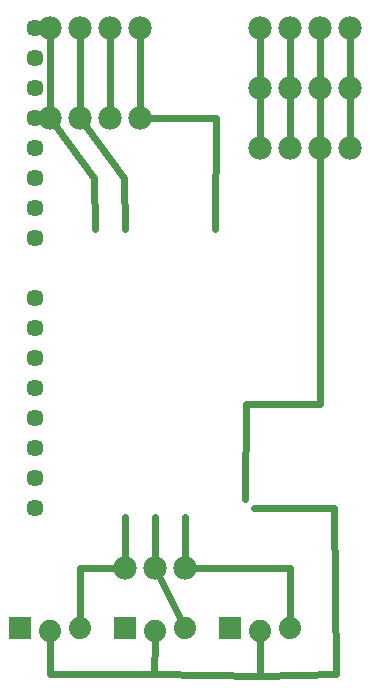
<source format=gtl>
G04 MADE WITH FRITZING*
G04 WWW.FRITZING.ORG*
G04 DOUBLE SIDED*
G04 HOLES PLATED*
G04 CONTOUR ON CENTER OF CONTOUR VECTOR*
%ASAXBY*%
%FSLAX23Y23*%
%MOIN*%
%OFA0B0*%
%SFA1.0B1.0*%
%ADD10C,0.056944*%
%ADD11C,0.078000*%
%ADD12C,0.074000*%
%ADD13C,0.024000*%
%ADD14R,0.001000X0.001000*%
%LNCOPPER1*%
G90*
G70*
G54D10*
X136Y631D03*
X136Y731D03*
X136Y831D03*
X136Y931D03*
X136Y1031D03*
X136Y1131D03*
X136Y1231D03*
X136Y1331D03*
X136Y2231D03*
X136Y2131D03*
X136Y2031D03*
X136Y1931D03*
X136Y1831D03*
X136Y1731D03*
X136Y1631D03*
X136Y1531D03*
G54D11*
X886Y2231D03*
X986Y2231D03*
X1086Y2231D03*
X1186Y2231D03*
X886Y2031D03*
X986Y2031D03*
X1086Y2031D03*
X1186Y2031D03*
X886Y1831D03*
X986Y1831D03*
X1086Y1831D03*
X1186Y1831D03*
X186Y1931D03*
X286Y1931D03*
X386Y1931D03*
X486Y1931D03*
X186Y2231D03*
X286Y2231D03*
X386Y2231D03*
X486Y2231D03*
X636Y431D03*
X536Y431D03*
X436Y431D03*
G54D12*
X786Y231D03*
X886Y221D03*
X986Y231D03*
X786Y231D03*
X886Y221D03*
X986Y231D03*
X86Y231D03*
X186Y221D03*
X286Y231D03*
X86Y231D03*
X186Y221D03*
X286Y231D03*
X436Y231D03*
X536Y221D03*
X636Y231D03*
X436Y231D03*
X536Y221D03*
X636Y231D03*
G54D13*
X286Y431D02*
X286Y262D01*
D02*
X406Y431D02*
X286Y431D01*
D02*
X986Y262D02*
X986Y431D01*
D02*
X986Y431D02*
X666Y431D01*
D02*
X622Y259D02*
X550Y404D01*
D02*
X436Y461D02*
X436Y602D01*
D02*
X536Y602D02*
X536Y461D01*
D02*
X636Y602D02*
X636Y461D01*
D02*
X186Y1961D02*
X186Y2201D01*
D02*
X286Y1961D02*
X286Y2201D01*
D02*
X386Y1961D02*
X386Y2201D01*
D02*
X336Y1560D02*
X334Y1731D01*
D02*
X334Y1731D02*
X204Y1907D01*
D02*
X436Y1560D02*
X434Y1731D01*
D02*
X434Y1731D02*
X304Y1907D01*
D02*
X886Y1861D02*
X886Y2001D01*
D02*
X886Y2079D02*
X886Y2061D01*
D02*
X886Y2201D02*
X886Y2079D01*
D02*
X986Y2061D02*
X986Y2201D01*
D02*
X986Y2001D02*
X986Y1861D01*
D02*
X1086Y2061D02*
X1086Y2201D01*
D02*
X1086Y2001D02*
X1086Y1861D01*
D02*
X1186Y2201D02*
X1186Y2061D01*
D02*
X1186Y2001D02*
X1186Y1861D01*
D02*
X486Y2201D02*
X486Y1961D01*
D02*
X738Y1931D02*
X516Y1931D01*
D02*
X736Y1560D02*
X738Y1931D01*
D02*
X1086Y979D02*
X1086Y1801D01*
D02*
X838Y979D02*
X1086Y979D01*
D02*
X836Y660D02*
X838Y979D01*
D02*
X886Y72D02*
X1138Y79D01*
D02*
X1138Y79D02*
X1134Y631D01*
D02*
X1134Y631D02*
X865Y631D01*
D02*
X886Y190D02*
X886Y72D01*
D02*
X534Y79D02*
X536Y190D01*
D02*
X886Y72D02*
X534Y79D01*
D02*
X534Y79D02*
X186Y79D01*
D02*
X186Y79D02*
X186Y190D01*
G54D14*
X49Y268D02*
X122Y268D01*
X399Y268D02*
X472Y268D01*
X749Y268D02*
X822Y268D01*
X49Y267D02*
X122Y267D01*
X399Y267D02*
X472Y267D01*
X749Y267D02*
X822Y267D01*
X49Y266D02*
X122Y266D01*
X399Y266D02*
X472Y266D01*
X749Y266D02*
X822Y266D01*
X49Y265D02*
X122Y265D01*
X399Y265D02*
X472Y265D01*
X749Y265D02*
X822Y265D01*
X49Y264D02*
X122Y264D01*
X399Y264D02*
X472Y264D01*
X749Y264D02*
X822Y264D01*
X49Y263D02*
X122Y263D01*
X399Y263D02*
X472Y263D01*
X749Y263D02*
X822Y263D01*
X49Y262D02*
X122Y262D01*
X399Y262D02*
X472Y262D01*
X749Y262D02*
X822Y262D01*
X49Y261D02*
X122Y261D01*
X399Y261D02*
X472Y261D01*
X749Y261D02*
X822Y261D01*
X49Y260D02*
X122Y260D01*
X399Y260D02*
X472Y260D01*
X749Y260D02*
X822Y260D01*
X49Y259D02*
X122Y259D01*
X399Y259D02*
X472Y259D01*
X749Y259D02*
X822Y259D01*
X49Y258D02*
X122Y258D01*
X399Y258D02*
X472Y258D01*
X749Y258D02*
X822Y258D01*
X49Y257D02*
X122Y257D01*
X399Y257D02*
X472Y257D01*
X749Y257D02*
X822Y257D01*
X49Y256D02*
X122Y256D01*
X399Y256D02*
X472Y256D01*
X749Y256D02*
X822Y256D01*
X49Y255D02*
X122Y255D01*
X399Y255D02*
X472Y255D01*
X749Y255D02*
X822Y255D01*
X49Y254D02*
X122Y254D01*
X399Y254D02*
X472Y254D01*
X749Y254D02*
X822Y254D01*
X49Y253D02*
X122Y253D01*
X399Y253D02*
X472Y253D01*
X749Y253D02*
X822Y253D01*
X49Y252D02*
X122Y252D01*
X399Y252D02*
X472Y252D01*
X749Y252D02*
X822Y252D01*
X49Y251D02*
X80Y251D01*
X91Y251D02*
X122Y251D01*
X399Y251D02*
X430Y251D01*
X441Y251D02*
X472Y251D01*
X749Y251D02*
X780Y251D01*
X791Y251D02*
X822Y251D01*
X49Y250D02*
X77Y250D01*
X94Y250D02*
X122Y250D01*
X399Y250D02*
X427Y250D01*
X444Y250D02*
X472Y250D01*
X749Y250D02*
X777Y250D01*
X794Y250D02*
X822Y250D01*
X49Y249D02*
X75Y249D01*
X96Y249D02*
X122Y249D01*
X399Y249D02*
X425Y249D01*
X446Y249D02*
X472Y249D01*
X749Y249D02*
X775Y249D01*
X796Y249D02*
X822Y249D01*
X49Y248D02*
X74Y248D01*
X98Y248D02*
X122Y248D01*
X399Y248D02*
X424Y248D01*
X448Y248D02*
X472Y248D01*
X749Y248D02*
X773Y248D01*
X798Y248D02*
X822Y248D01*
X49Y247D02*
X72Y247D01*
X99Y247D02*
X122Y247D01*
X399Y247D02*
X422Y247D01*
X449Y247D02*
X472Y247D01*
X749Y247D02*
X772Y247D01*
X799Y247D02*
X822Y247D01*
X49Y246D02*
X71Y246D01*
X100Y246D02*
X122Y246D01*
X399Y246D02*
X421Y246D01*
X450Y246D02*
X472Y246D01*
X749Y246D02*
X771Y246D01*
X800Y246D02*
X822Y246D01*
X49Y245D02*
X70Y245D01*
X101Y245D02*
X122Y245D01*
X399Y245D02*
X420Y245D01*
X451Y245D02*
X472Y245D01*
X749Y245D02*
X770Y245D01*
X801Y245D02*
X822Y245D01*
X49Y244D02*
X69Y244D01*
X102Y244D02*
X122Y244D01*
X399Y244D02*
X419Y244D01*
X452Y244D02*
X472Y244D01*
X749Y244D02*
X769Y244D01*
X802Y244D02*
X822Y244D01*
X49Y243D02*
X69Y243D01*
X103Y243D02*
X122Y243D01*
X399Y243D02*
X419Y243D01*
X453Y243D02*
X472Y243D01*
X749Y243D02*
X769Y243D01*
X803Y243D02*
X822Y243D01*
X49Y242D02*
X68Y242D01*
X103Y242D02*
X122Y242D01*
X399Y242D02*
X418Y242D01*
X453Y242D02*
X472Y242D01*
X749Y242D02*
X768Y242D01*
X803Y242D02*
X822Y242D01*
X49Y241D02*
X68Y241D01*
X104Y241D02*
X122Y241D01*
X399Y241D02*
X417Y241D01*
X454Y241D02*
X472Y241D01*
X749Y241D02*
X767Y241D01*
X804Y241D02*
X822Y241D01*
X49Y240D02*
X67Y240D01*
X104Y240D02*
X122Y240D01*
X399Y240D02*
X417Y240D01*
X454Y240D02*
X472Y240D01*
X749Y240D02*
X767Y240D01*
X804Y240D02*
X822Y240D01*
X49Y239D02*
X67Y239D01*
X105Y239D02*
X122Y239D01*
X399Y239D02*
X417Y239D01*
X455Y239D02*
X472Y239D01*
X749Y239D02*
X766Y239D01*
X805Y239D02*
X822Y239D01*
X49Y238D02*
X66Y238D01*
X105Y238D02*
X122Y238D01*
X399Y238D02*
X416Y238D01*
X455Y238D02*
X472Y238D01*
X749Y238D02*
X766Y238D01*
X805Y238D02*
X822Y238D01*
X49Y237D02*
X66Y237D01*
X105Y237D02*
X122Y237D01*
X399Y237D02*
X416Y237D01*
X455Y237D02*
X472Y237D01*
X749Y237D02*
X766Y237D01*
X805Y237D02*
X822Y237D01*
X49Y236D02*
X66Y236D01*
X106Y236D02*
X122Y236D01*
X399Y236D02*
X416Y236D01*
X456Y236D02*
X472Y236D01*
X749Y236D02*
X766Y236D01*
X806Y236D02*
X822Y236D01*
X49Y235D02*
X65Y235D01*
X106Y235D02*
X122Y235D01*
X399Y235D02*
X415Y235D01*
X456Y235D02*
X472Y235D01*
X749Y235D02*
X765Y235D01*
X806Y235D02*
X822Y235D01*
X49Y234D02*
X65Y234D01*
X106Y234D02*
X122Y234D01*
X399Y234D02*
X415Y234D01*
X456Y234D02*
X472Y234D01*
X749Y234D02*
X765Y234D01*
X806Y234D02*
X822Y234D01*
X49Y233D02*
X65Y233D01*
X106Y233D02*
X122Y233D01*
X399Y233D02*
X415Y233D01*
X456Y233D02*
X472Y233D01*
X749Y233D02*
X765Y233D01*
X806Y233D02*
X822Y233D01*
X49Y232D02*
X65Y232D01*
X106Y232D02*
X122Y232D01*
X399Y232D02*
X415Y232D01*
X456Y232D02*
X472Y232D01*
X749Y232D02*
X765Y232D01*
X806Y232D02*
X822Y232D01*
X49Y231D02*
X65Y231D01*
X106Y231D02*
X122Y231D01*
X399Y231D02*
X415Y231D01*
X456Y231D02*
X472Y231D01*
X749Y231D02*
X765Y231D01*
X806Y231D02*
X822Y231D01*
X49Y230D02*
X65Y230D01*
X106Y230D02*
X122Y230D01*
X399Y230D02*
X415Y230D01*
X456Y230D02*
X472Y230D01*
X749Y230D02*
X765Y230D01*
X806Y230D02*
X822Y230D01*
X49Y229D02*
X65Y229D01*
X106Y229D02*
X122Y229D01*
X399Y229D02*
X415Y229D01*
X456Y229D02*
X472Y229D01*
X749Y229D02*
X765Y229D01*
X806Y229D02*
X822Y229D01*
X49Y228D02*
X66Y228D01*
X106Y228D02*
X122Y228D01*
X399Y228D02*
X416Y228D01*
X456Y228D02*
X472Y228D01*
X749Y228D02*
X765Y228D01*
X806Y228D02*
X822Y228D01*
X49Y227D02*
X66Y227D01*
X106Y227D02*
X122Y227D01*
X399Y227D02*
X416Y227D01*
X455Y227D02*
X472Y227D01*
X749Y227D02*
X766Y227D01*
X805Y227D02*
X822Y227D01*
X49Y226D02*
X66Y226D01*
X105Y226D02*
X122Y226D01*
X399Y226D02*
X416Y226D01*
X455Y226D02*
X472Y226D01*
X749Y226D02*
X766Y226D01*
X805Y226D02*
X822Y226D01*
X49Y225D02*
X66Y225D01*
X105Y225D02*
X122Y225D01*
X399Y225D02*
X416Y225D01*
X455Y225D02*
X472Y225D01*
X749Y225D02*
X766Y225D01*
X805Y225D02*
X822Y225D01*
X49Y224D02*
X67Y224D01*
X105Y224D02*
X122Y224D01*
X399Y224D02*
X417Y224D01*
X455Y224D02*
X472Y224D01*
X749Y224D02*
X767Y224D01*
X804Y224D02*
X822Y224D01*
X49Y223D02*
X67Y223D01*
X104Y223D02*
X122Y223D01*
X399Y223D02*
X417Y223D01*
X454Y223D02*
X472Y223D01*
X749Y223D02*
X767Y223D01*
X804Y223D02*
X822Y223D01*
X49Y222D02*
X68Y222D01*
X104Y222D02*
X122Y222D01*
X399Y222D02*
X418Y222D01*
X453Y222D02*
X472Y222D01*
X749Y222D02*
X768Y222D01*
X803Y222D02*
X822Y222D01*
X49Y221D02*
X68Y221D01*
X103Y221D02*
X122Y221D01*
X399Y221D02*
X418Y221D01*
X453Y221D02*
X472Y221D01*
X749Y221D02*
X768Y221D01*
X803Y221D02*
X822Y221D01*
X49Y220D02*
X69Y220D01*
X102Y220D02*
X122Y220D01*
X399Y220D02*
X419Y220D01*
X452Y220D02*
X472Y220D01*
X749Y220D02*
X769Y220D01*
X802Y220D02*
X822Y220D01*
X49Y219D02*
X70Y219D01*
X101Y219D02*
X122Y219D01*
X399Y219D02*
X420Y219D01*
X451Y219D02*
X472Y219D01*
X749Y219D02*
X770Y219D01*
X801Y219D02*
X822Y219D01*
X49Y218D02*
X71Y218D01*
X101Y218D02*
X122Y218D01*
X399Y218D02*
X421Y218D01*
X451Y218D02*
X472Y218D01*
X749Y218D02*
X771Y218D01*
X801Y218D02*
X822Y218D01*
X49Y217D02*
X72Y217D01*
X100Y217D02*
X122Y217D01*
X399Y217D02*
X422Y217D01*
X449Y217D02*
X472Y217D01*
X749Y217D02*
X772Y217D01*
X799Y217D02*
X822Y217D01*
X49Y216D02*
X73Y216D01*
X98Y216D02*
X122Y216D01*
X399Y216D02*
X423Y216D01*
X448Y216D02*
X472Y216D01*
X749Y216D02*
X773Y216D01*
X798Y216D02*
X822Y216D01*
X49Y215D02*
X74Y215D01*
X97Y215D02*
X122Y215D01*
X399Y215D02*
X424Y215D01*
X447Y215D02*
X472Y215D01*
X749Y215D02*
X774Y215D01*
X797Y215D02*
X822Y215D01*
X49Y214D02*
X76Y214D01*
X95Y214D02*
X122Y214D01*
X399Y214D02*
X426Y214D01*
X445Y214D02*
X472Y214D01*
X749Y214D02*
X776Y214D01*
X795Y214D02*
X822Y214D01*
X49Y213D02*
X79Y213D01*
X93Y213D02*
X122Y213D01*
X399Y213D02*
X429Y213D01*
X443Y213D02*
X472Y213D01*
X749Y213D02*
X778Y213D01*
X793Y213D02*
X822Y213D01*
X49Y212D02*
X83Y212D01*
X88Y212D02*
X122Y212D01*
X399Y212D02*
X433Y212D01*
X438Y212D02*
X472Y212D01*
X749Y212D02*
X783Y212D01*
X788Y212D02*
X822Y212D01*
X49Y211D02*
X122Y211D01*
X399Y211D02*
X472Y211D01*
X749Y211D02*
X822Y211D01*
X49Y210D02*
X122Y210D01*
X399Y210D02*
X472Y210D01*
X749Y210D02*
X822Y210D01*
X49Y209D02*
X122Y209D01*
X399Y209D02*
X472Y209D01*
X749Y209D02*
X822Y209D01*
X49Y208D02*
X122Y208D01*
X399Y208D02*
X472Y208D01*
X749Y208D02*
X822Y208D01*
X49Y207D02*
X122Y207D01*
X399Y207D02*
X472Y207D01*
X749Y207D02*
X822Y207D01*
X49Y206D02*
X122Y206D01*
X399Y206D02*
X472Y206D01*
X749Y206D02*
X822Y206D01*
X49Y205D02*
X122Y205D01*
X399Y205D02*
X472Y205D01*
X749Y205D02*
X822Y205D01*
X49Y204D02*
X122Y204D01*
X399Y204D02*
X472Y204D01*
X749Y204D02*
X822Y204D01*
X49Y203D02*
X122Y203D01*
X399Y203D02*
X472Y203D01*
X749Y203D02*
X822Y203D01*
X49Y202D02*
X122Y202D01*
X399Y202D02*
X472Y202D01*
X749Y202D02*
X822Y202D01*
X49Y201D02*
X122Y201D01*
X399Y201D02*
X472Y201D01*
X749Y201D02*
X822Y201D01*
X49Y200D02*
X122Y200D01*
X399Y200D02*
X472Y200D01*
X749Y200D02*
X822Y200D01*
X49Y199D02*
X122Y199D01*
X399Y199D02*
X472Y199D01*
X749Y199D02*
X822Y199D01*
X49Y198D02*
X122Y198D01*
X399Y198D02*
X472Y198D01*
X749Y198D02*
X822Y198D01*
X49Y197D02*
X122Y197D01*
X399Y197D02*
X472Y197D01*
X749Y197D02*
X822Y197D01*
X49Y196D02*
X122Y196D01*
X399Y196D02*
X472Y196D01*
X749Y196D02*
X822Y196D01*
X49Y195D02*
X122Y195D01*
X399Y195D02*
X472Y195D01*
X749Y195D02*
X822Y195D01*
D02*
G04 End of Copper1*
M02*
</source>
